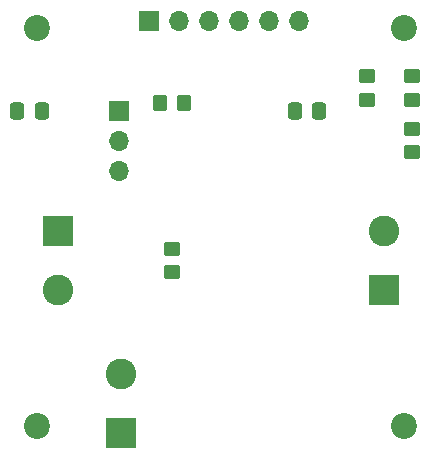
<source format=gbs>
G04 #@! TF.GenerationSoftware,KiCad,Pcbnew,(6.0.7)*
G04 #@! TF.CreationDate,2022-08-26T11:00:59+03:00*
G04 #@! TF.ProjectId,DiLight_1.1,44694c69-6768-4745-9f31-2e312e6b6963,rev?*
G04 #@! TF.SameCoordinates,Original*
G04 #@! TF.FileFunction,Soldermask,Bot*
G04 #@! TF.FilePolarity,Negative*
%FSLAX46Y46*%
G04 Gerber Fmt 4.6, Leading zero omitted, Abs format (unit mm)*
G04 Created by KiCad (PCBNEW (6.0.7)) date 2022-08-26 11:00:59*
%MOMM*%
%LPD*%
G01*
G04 APERTURE LIST*
G04 Aperture macros list*
%AMRoundRect*
0 Rectangle with rounded corners*
0 $1 Rounding radius*
0 $2 $3 $4 $5 $6 $7 $8 $9 X,Y pos of 4 corners*
0 Add a 4 corners polygon primitive as box body*
4,1,4,$2,$3,$4,$5,$6,$7,$8,$9,$2,$3,0*
0 Add four circle primitives for the rounded corners*
1,1,$1+$1,$2,$3*
1,1,$1+$1,$4,$5*
1,1,$1+$1,$6,$7*
1,1,$1+$1,$8,$9*
0 Add four rect primitives between the rounded corners*
20,1,$1+$1,$2,$3,$4,$5,0*
20,1,$1+$1,$4,$5,$6,$7,0*
20,1,$1+$1,$6,$7,$8,$9,0*
20,1,$1+$1,$8,$9,$2,$3,0*%
G04 Aperture macros list end*
%ADD10C,2.200000*%
%ADD11R,1.700000X1.700000*%
%ADD12O,1.700000X1.700000*%
%ADD13R,2.600000X2.600000*%
%ADD14C,2.600000*%
%ADD15RoundRect,0.250000X-0.450000X0.350000X-0.450000X-0.350000X0.450000X-0.350000X0.450000X0.350000X0*%
%ADD16RoundRect,0.250000X-0.337500X-0.475000X0.337500X-0.475000X0.337500X0.475000X-0.337500X0.475000X0*%
%ADD17RoundRect,0.250000X0.337500X0.475000X-0.337500X0.475000X-0.337500X-0.475000X0.337500X-0.475000X0*%
%ADD18RoundRect,0.250000X0.450000X-0.350000X0.450000X0.350000X-0.450000X0.350000X-0.450000X-0.350000X0*%
%ADD19RoundRect,0.250000X-0.350000X-0.450000X0.350000X-0.450000X0.350000X0.450000X-0.350000X0.450000X0*%
G04 APERTURE END LIST*
D10*
X17145000Y-50800000D03*
X48260000Y-50800000D03*
D11*
X26670000Y-16510000D03*
D12*
X29210000Y-16510000D03*
X31750000Y-16510000D03*
X34290000Y-16510000D03*
X36830000Y-16510000D03*
X39370000Y-16510000D03*
D10*
X48260000Y-17145000D03*
D11*
X24130000Y-24130000D03*
D12*
X24130000Y-26670000D03*
X24130000Y-29210000D03*
D13*
X18915000Y-34330000D03*
D14*
X18915000Y-39330000D03*
D13*
X46490000Y-39330000D03*
D14*
X46490000Y-34330000D03*
D13*
X24265000Y-51395000D03*
D14*
X24265000Y-46395000D03*
D10*
X17145000Y-17145000D03*
D15*
X28575000Y-35830000D03*
X28575000Y-37830000D03*
D16*
X38967500Y-24130000D03*
X41042500Y-24130000D03*
D17*
X17547500Y-24130000D03*
X15472500Y-24130000D03*
D15*
X48895000Y-25670000D03*
X48895000Y-27670000D03*
X48895000Y-21225000D03*
X48895000Y-23225000D03*
D18*
X45085000Y-23225000D03*
X45085000Y-21225000D03*
D19*
X27575000Y-23495000D03*
X29575000Y-23495000D03*
M02*

</source>
